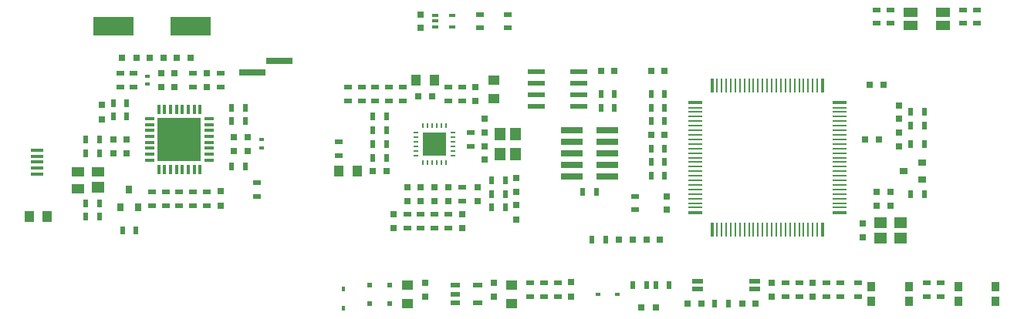
<source format=gbr>
G04 #@! TF.GenerationSoftware,KiCad,Pcbnew,(5.1.2)-1*
G04 #@! TF.CreationDate,2019-11-21T17:45:34-03:00*
G04 #@! TF.ProjectId,M_dulo Stick LPC1769,4df36475-6c6f-4205-9374-69636b204c50,v1.0*
G04 #@! TF.SameCoordinates,Original*
G04 #@! TF.FileFunction,Paste,Top*
G04 #@! TF.FilePolarity,Positive*
%FSLAX46Y46*%
G04 Gerber Fmt 4.6, Leading zero omitted, Abs format (unit mm)*
G04 Created by KiCad (PCBNEW (5.1.2)-1) date 2019-11-21 17:45:34*
%MOMM*%
%LPD*%
G04 APERTURE LIST*
%ADD10C,0.100000*%
%ADD11R,3.000000X0.650000*%
%ADD12R,1.350000X0.400000*%
%ADD13R,0.400000X1.500000*%
%ADD14R,0.280000X1.500000*%
%ADD15R,1.500000X0.400000*%
%ADD16R,1.500000X0.280000*%
%ADD17R,0.900000X0.500000*%
%ADD18R,4.700000X4.700000*%
%ADD19R,0.990000X0.310000*%
%ADD20R,0.310000X0.990000*%
%ADD21R,0.609600X0.203200*%
%ADD22R,0.203200X0.609600*%
%ADD23R,2.590800X2.590800*%
%ADD24R,1.117600X0.482600*%
%ADD25R,1.981200X0.558800*%
%ADD26R,0.500000X0.900000*%
%ADD27R,1.500000X1.000000*%
%ADD28R,1.250000X1.000000*%
%ADD29R,0.750000X0.800000*%
%ADD30R,1.000000X1.250000*%
%ADD31R,0.800000X0.750000*%
%ADD32R,4.500000X2.000000*%
%ADD33R,1.200000X1.400000*%
%ADD34R,1.200000X0.600000*%
%ADD35R,1.400000X1.200000*%
%ADD36R,0.650000X0.400000*%
%ADD37R,0.900000X1.000000*%
%ADD38R,0.800000X0.900000*%
%ADD39R,0.900000X0.800000*%
%ADD40R,0.800000X0.800000*%
%ADD41R,0.600000X0.400000*%
%ADD42R,2.400000X0.740000*%
%ADD43R,0.500000X0.500000*%
%ADD44R,1.400000X1.000000*%
%ADD45R,0.450000X0.600000*%
%ADD46R,0.600000X0.450000*%
G04 APERTURE END LIST*
D10*
G36*
X138655000Y-104845158D02*
G01*
X138655000Y-106505000D01*
X136994080Y-106505000D01*
X136994080Y-104845158D01*
X138655000Y-104845158D01*
G37*
G36*
X141005000Y-102491290D02*
G01*
X141005000Y-104155000D01*
X139345638Y-104155000D01*
X139345638Y-102491290D01*
X141005000Y-102491290D01*
G37*
G36*
X138655000Y-102492420D02*
G01*
X138655000Y-104155000D01*
X136992420Y-104155000D01*
X136992420Y-102492420D01*
X138655000Y-102492420D01*
G37*
G36*
X141005000Y-104845333D02*
G01*
X141005000Y-106505000D01*
X139345333Y-106505000D01*
X139345333Y-104845333D01*
X141005000Y-104845333D01*
G37*
D11*
X147000000Y-97135000D03*
X150000000Y-95865000D03*
D12*
X123350000Y-108300000D03*
X123350000Y-107650000D03*
X123350000Y-107000000D03*
X123350000Y-106350000D03*
X123350000Y-105700000D03*
D13*
X197440000Y-114400000D03*
D14*
X198000000Y-114400000D03*
X198500000Y-114400000D03*
X199000000Y-114400000D03*
X199500000Y-114400000D03*
X200000000Y-114400000D03*
X200500000Y-114400000D03*
X201000000Y-114400000D03*
X201500000Y-114400000D03*
X202000000Y-114400000D03*
X202500000Y-114400000D03*
X203000000Y-114400000D03*
X203500000Y-114400000D03*
X204000000Y-114400000D03*
X204500000Y-114400000D03*
X205000000Y-114400000D03*
X205500000Y-114400000D03*
X206000000Y-114400000D03*
X206500000Y-114400000D03*
X207000000Y-114400000D03*
X207500000Y-114400000D03*
X208000000Y-114400000D03*
X208500000Y-114400000D03*
X209000000Y-114400000D03*
D13*
X209560000Y-114400000D03*
D15*
X211400000Y-112560000D03*
D16*
X211400000Y-112000000D03*
X211400000Y-111500000D03*
X211400000Y-111000000D03*
X211400000Y-110500000D03*
X211400000Y-110000000D03*
X211400000Y-109500000D03*
X211400000Y-109000000D03*
X211400000Y-108500000D03*
X211400000Y-108000000D03*
X211400000Y-107500000D03*
X211400000Y-107000000D03*
X211400000Y-106500000D03*
X211400000Y-106000000D03*
X211400000Y-105500000D03*
X211400000Y-105000000D03*
X211400000Y-104500000D03*
X211400000Y-104000000D03*
X211400000Y-103500000D03*
X211400000Y-103000000D03*
X211400000Y-102500000D03*
X211400000Y-102000000D03*
X211400000Y-101500000D03*
X211400000Y-101000000D03*
D15*
X211400000Y-100440000D03*
D13*
X209560000Y-98600000D03*
D14*
X209000000Y-98600000D03*
X208500000Y-98600000D03*
X208000000Y-98600000D03*
X207500000Y-98600000D03*
X207000000Y-98600000D03*
X206500000Y-98600000D03*
X206000000Y-98600000D03*
X205500000Y-98600000D03*
X205000000Y-98600000D03*
X204500000Y-98600000D03*
X204000000Y-98600000D03*
X203500000Y-98600000D03*
X203000000Y-98600000D03*
X202500000Y-98600000D03*
X202000000Y-98600000D03*
X201500000Y-98600000D03*
X201000000Y-98600000D03*
X200500000Y-98600000D03*
X200000000Y-98600000D03*
X199500000Y-98600000D03*
X199000000Y-98600000D03*
X198500000Y-98600000D03*
X198000000Y-98600000D03*
D13*
X197440000Y-98600000D03*
D15*
X195600000Y-100440000D03*
D16*
X195600000Y-101000000D03*
X195600000Y-101500000D03*
X195600000Y-102000000D03*
X195600000Y-102500000D03*
X195600000Y-103000000D03*
X195600000Y-103500000D03*
X195600000Y-104000000D03*
X195600000Y-104500000D03*
X195600000Y-105000000D03*
X195600000Y-105500000D03*
X195600000Y-106000000D03*
X195600000Y-106500000D03*
X195600000Y-107000000D03*
X195600000Y-107500000D03*
X195600000Y-108000000D03*
X195600000Y-108500000D03*
X195600000Y-109000000D03*
X195600000Y-109500000D03*
X195600000Y-110000000D03*
X195600000Y-110500000D03*
X195600000Y-111000000D03*
X195600000Y-111500000D03*
X195600000Y-112000000D03*
D15*
X195600000Y-112560000D03*
D17*
X221000000Y-121750000D03*
X221000000Y-120250000D03*
D18*
X139000000Y-104500000D03*
D19*
X142270000Y-102225000D03*
X142270000Y-102875000D03*
X142270000Y-103525000D03*
X142270000Y-104175000D03*
X142270000Y-104825000D03*
X142270000Y-105475000D03*
X142270000Y-106125000D03*
X142270000Y-106775000D03*
D20*
X141275000Y-107770000D03*
X140625000Y-107770000D03*
X139975000Y-107770000D03*
X139325000Y-107770000D03*
X138675000Y-107770000D03*
X138025000Y-107770000D03*
X137375000Y-107770000D03*
X136725000Y-107770000D03*
D19*
X135730000Y-106775000D03*
X135730000Y-106125000D03*
X135730000Y-105475000D03*
X135730000Y-104825000D03*
X135730000Y-104175000D03*
X135730000Y-103525000D03*
X135730000Y-102875000D03*
X135730000Y-102225000D03*
D20*
X136725000Y-101230000D03*
X137375000Y-101230000D03*
X138025000Y-101230000D03*
X138675000Y-101230000D03*
X139325000Y-101230000D03*
X139975000Y-101230000D03*
X140625000Y-101230000D03*
X141275000Y-101230000D03*
D17*
X189000000Y-110750000D03*
X189000000Y-112250000D03*
D21*
X169006600Y-106250000D03*
X169006600Y-105750001D03*
X169006600Y-105250000D03*
X169006600Y-104750000D03*
X169006600Y-104249999D03*
X169006600Y-103750000D03*
D22*
X168250000Y-102993400D03*
X167750001Y-102993400D03*
X167250000Y-102993400D03*
X166750000Y-102993400D03*
X166249999Y-102993400D03*
X165750000Y-102993400D03*
D21*
X164993400Y-103750000D03*
X164993400Y-104249999D03*
X164993400Y-104750000D03*
X164993400Y-105250000D03*
X164993400Y-105750001D03*
X164993400Y-106250000D03*
D22*
X165750000Y-107006600D03*
X166249999Y-107006600D03*
X166750000Y-107006600D03*
X167250000Y-107006600D03*
X167750001Y-107006600D03*
X168250000Y-107006600D03*
D23*
X167000000Y-105000000D03*
D24*
X169306200Y-120549999D03*
X169306200Y-121500000D03*
X169306200Y-122450001D03*
X171693800Y-122450001D03*
X171693800Y-120549999D03*
D25*
X182862200Y-97095000D03*
X182862200Y-98365000D03*
X182862200Y-99635000D03*
X182862200Y-100905000D03*
X178137800Y-100905000D03*
X178137800Y-99635000D03*
X178137800Y-98365000D03*
X178137800Y-97095000D03*
D17*
X205500000Y-120250000D03*
X205500000Y-121750000D03*
D26*
X174750000Y-110500000D03*
X173250000Y-110500000D03*
D27*
X219250000Y-90550000D03*
X219250000Y-91950000D03*
X222750000Y-90550000D03*
X222750000Y-91950000D03*
D26*
X146250000Y-101000000D03*
X144750000Y-101000000D03*
D17*
X180500000Y-120250000D03*
X180500000Y-121750000D03*
X179000000Y-121750000D03*
X179000000Y-120250000D03*
D26*
X131750000Y-102000000D03*
X133250000Y-102000000D03*
D17*
X134000000Y-97250000D03*
X134000000Y-98750000D03*
X142000000Y-111750000D03*
X142000000Y-110250000D03*
X147500000Y-109250000D03*
X147500000Y-110750000D03*
D26*
X146250000Y-102500000D03*
X144750000Y-102500000D03*
X146250000Y-107500000D03*
X144750000Y-107500000D03*
D17*
X140500000Y-111750000D03*
X140500000Y-110250000D03*
D26*
X130250000Y-106000000D03*
X128750000Y-106000000D03*
D17*
X139000000Y-111750000D03*
X139000000Y-110250000D03*
D26*
X130250000Y-104500000D03*
X128750000Y-104500000D03*
D17*
X137500000Y-111750000D03*
X137500000Y-110250000D03*
D26*
X133250000Y-100500000D03*
X131750000Y-100500000D03*
D17*
X132500000Y-97250000D03*
X132500000Y-98750000D03*
X140500000Y-97250000D03*
X140500000Y-98750000D03*
D26*
X130250000Y-111500000D03*
X128750000Y-111500000D03*
D17*
X136000000Y-110250000D03*
X136000000Y-111750000D03*
X143500000Y-98750000D03*
X143500000Y-97250000D03*
D26*
X132750000Y-114500000D03*
X134250000Y-114500000D03*
D17*
X177500000Y-121750000D03*
X177500000Y-120250000D03*
D26*
X186750000Y-101000000D03*
X185250000Y-101000000D03*
X186750000Y-99500000D03*
X185250000Y-99500000D03*
X174750000Y-112000000D03*
X173250000Y-112000000D03*
X174750000Y-109000000D03*
X173250000Y-109000000D03*
D17*
X171000000Y-105250000D03*
X171000000Y-103750000D03*
X170000000Y-111250000D03*
X170000000Y-109750000D03*
X159000000Y-100250000D03*
X159000000Y-98750000D03*
D26*
X161750000Y-102000000D03*
X160250000Y-102000000D03*
D17*
X157500000Y-98750000D03*
X157500000Y-100250000D03*
X163500000Y-100250000D03*
X163500000Y-98750000D03*
X162000000Y-100250000D03*
X162000000Y-98750000D03*
X170000000Y-100250000D03*
X170000000Y-98750000D03*
X175000000Y-92250000D03*
X175000000Y-90750000D03*
D26*
X161750000Y-103500000D03*
X160250000Y-103500000D03*
X161750000Y-106500000D03*
X160250000Y-106500000D03*
X161750000Y-105000000D03*
X160250000Y-105000000D03*
D17*
X168500000Y-100250000D03*
X168500000Y-98750000D03*
X172000000Y-92250000D03*
X172000000Y-90750000D03*
X160500000Y-98750000D03*
X160500000Y-100250000D03*
X164000000Y-114250000D03*
X164000000Y-112750000D03*
X165500000Y-114250000D03*
X165500000Y-112750000D03*
X167000000Y-114250000D03*
X167000000Y-112750000D03*
X168500000Y-114250000D03*
X168500000Y-112750000D03*
X222500000Y-121750000D03*
X222500000Y-120250000D03*
X213500000Y-121750000D03*
X213500000Y-120250000D03*
D26*
X197750000Y-122500000D03*
X199250000Y-122500000D03*
X190250000Y-120500000D03*
X188750000Y-120500000D03*
X192750000Y-120500000D03*
X191250000Y-120500000D03*
D17*
X207000000Y-121750000D03*
X207000000Y-120250000D03*
D26*
X192250000Y-108500000D03*
X190750000Y-108500000D03*
X192250000Y-107000000D03*
X190750000Y-107000000D03*
X192250000Y-101000000D03*
X190750000Y-101000000D03*
X192250000Y-99500000D03*
X190750000Y-99500000D03*
X192250000Y-105500000D03*
X190750000Y-105500000D03*
X192250000Y-102500000D03*
X190750000Y-102500000D03*
X184750000Y-110250000D03*
X183250000Y-110250000D03*
X219250000Y-101500000D03*
X220750000Y-101500000D03*
X219250000Y-103000000D03*
X220750000Y-103000000D03*
D17*
X211500000Y-121750000D03*
X211500000Y-120250000D03*
X210000000Y-121750000D03*
X210000000Y-120250000D03*
D26*
X219250000Y-105000000D03*
X220750000Y-105000000D03*
D17*
X226500000Y-90250000D03*
X226500000Y-91750000D03*
X225000000Y-90250000D03*
X225000000Y-91750000D03*
D26*
X219250000Y-110500000D03*
X220750000Y-110500000D03*
D17*
X215500000Y-90250000D03*
X215500000Y-91750000D03*
X217000000Y-91750000D03*
X217000000Y-90250000D03*
D28*
X175500000Y-122500000D03*
X175500000Y-120500000D03*
D29*
X173500000Y-120250000D03*
X173500000Y-121750000D03*
X166000000Y-120250000D03*
X166000000Y-121750000D03*
D28*
X164000000Y-122500000D03*
X164000000Y-120500000D03*
D29*
X145000000Y-104250000D03*
X145000000Y-105750000D03*
X146500000Y-104250000D03*
X146500000Y-105750000D03*
X138500000Y-97250000D03*
X138500000Y-98750000D03*
X137000000Y-97250000D03*
X137000000Y-98750000D03*
D30*
X124500000Y-113000000D03*
X122500000Y-113000000D03*
D31*
X131750000Y-106000000D03*
X133250000Y-106000000D03*
X131750000Y-104500000D03*
X133250000Y-104500000D03*
X137250000Y-95500000D03*
X135750000Y-95500000D03*
X140250000Y-95500000D03*
X138750000Y-95500000D03*
D29*
X142000000Y-97250000D03*
X142000000Y-98750000D03*
D31*
X186750000Y-97000000D03*
X185250000Y-97000000D03*
D29*
X165500000Y-90750000D03*
X165500000Y-92250000D03*
X172500000Y-106750000D03*
X172500000Y-105250000D03*
X172500000Y-102250000D03*
X172500000Y-103750000D03*
X167000000Y-111250000D03*
X167000000Y-109750000D03*
X168500000Y-111250000D03*
X168500000Y-109750000D03*
X164000000Y-111250000D03*
X164000000Y-109750000D03*
X165500000Y-111250000D03*
X165500000Y-109750000D03*
X162500000Y-112750000D03*
X162500000Y-114250000D03*
X170000000Y-112750000D03*
X170000000Y-114250000D03*
X171500000Y-98750000D03*
X171500000Y-100250000D03*
D28*
X173500000Y-100000000D03*
X173500000Y-98000000D03*
D31*
X166750000Y-99750000D03*
X165250000Y-99750000D03*
D30*
X165000000Y-98000000D03*
X167000000Y-98000000D03*
D29*
X171750000Y-109750000D03*
X171750000Y-111250000D03*
D31*
X160250000Y-108000000D03*
X161750000Y-108000000D03*
D30*
X158500000Y-108000000D03*
X156500000Y-108000000D03*
D31*
X202250000Y-122500000D03*
X200750000Y-122500000D03*
D29*
X204000000Y-120250000D03*
X204000000Y-121750000D03*
D31*
X196250000Y-122500000D03*
X194750000Y-122500000D03*
D29*
X214000000Y-115250000D03*
X214000000Y-113750000D03*
X217000000Y-111750000D03*
X217000000Y-110250000D03*
D31*
X188750000Y-115500000D03*
X187250000Y-115500000D03*
X190250000Y-115500000D03*
X191750000Y-115500000D03*
D29*
X208500000Y-120250000D03*
X208500000Y-121750000D03*
D31*
X190750000Y-104000000D03*
X192250000Y-104000000D03*
D29*
X215500000Y-111750000D03*
X215500000Y-110250000D03*
D31*
X214750000Y-98500000D03*
X216250000Y-98500000D03*
X190750000Y-97000000D03*
X192250000Y-97000000D03*
X214250000Y-104500000D03*
X215750000Y-104500000D03*
D29*
X192500000Y-112250000D03*
X192500000Y-110750000D03*
X218000000Y-105250000D03*
X218000000Y-103750000D03*
X218000000Y-102250000D03*
X218000000Y-100750000D03*
D32*
X140250000Y-92100000D03*
X131750000Y-92100000D03*
D33*
X174150000Y-103900000D03*
X174150000Y-106100000D03*
X175850000Y-106100000D03*
X175850000Y-103900000D03*
D34*
X195850000Y-120950000D03*
X202150000Y-120950000D03*
X202150000Y-120050000D03*
X195850000Y-120050000D03*
D35*
X218100000Y-113650000D03*
X215900000Y-113650000D03*
X215900000Y-115350000D03*
X218100000Y-115350000D03*
D36*
X167050000Y-90850000D03*
X167050000Y-92150000D03*
X167050000Y-91500000D03*
X168950000Y-92150000D03*
X168950000Y-90850000D03*
D37*
X224450000Y-120700000D03*
X224450000Y-122300000D03*
X228550000Y-120700000D03*
X228550000Y-122300000D03*
X214950000Y-120700000D03*
X214950000Y-122300000D03*
X219050000Y-120700000D03*
X219050000Y-122300000D03*
D38*
X132550000Y-112000000D03*
X134450000Y-112000000D03*
X133500000Y-110000000D03*
D39*
X220500000Y-108950000D03*
X220500000Y-107050000D03*
X218500000Y-108000000D03*
D40*
X182000000Y-121800000D03*
X182000000Y-120200000D03*
X130500000Y-100700000D03*
X130500000Y-102300000D03*
X132700000Y-95500000D03*
X134300000Y-95500000D03*
X143500000Y-110200000D03*
X143500000Y-111800000D03*
X176000000Y-108700000D03*
X176000000Y-110300000D03*
X176000000Y-111700000D03*
X176000000Y-113300000D03*
X189700000Y-123000000D03*
X191300000Y-123000000D03*
D26*
X128750000Y-113000000D03*
X130250000Y-113000000D03*
D41*
X148000000Y-105450000D03*
X148000000Y-104550000D03*
X135500000Y-97550000D03*
X135500000Y-98450000D03*
D17*
X156500000Y-104750000D03*
X156500000Y-106250000D03*
D26*
X184250000Y-115500000D03*
X185750000Y-115500000D03*
D42*
X182050000Y-103460000D03*
X185950000Y-103460000D03*
X182050000Y-104730000D03*
X185950000Y-104730000D03*
X182050000Y-106000000D03*
X185950000Y-106000000D03*
X182050000Y-107270000D03*
X185950000Y-107270000D03*
X182050000Y-108540000D03*
X185950000Y-108540000D03*
D43*
X162100000Y-120500000D03*
X159900000Y-120500000D03*
X162100000Y-122500000D03*
X159900000Y-122500000D03*
D35*
X130100000Y-109770000D03*
D44*
X130100000Y-108050000D03*
X127900000Y-108050000D03*
X127900000Y-109950000D03*
D45*
X157000000Y-123050000D03*
X157000000Y-120950000D03*
D46*
X184950000Y-121500000D03*
X187050000Y-121500000D03*
M02*

</source>
